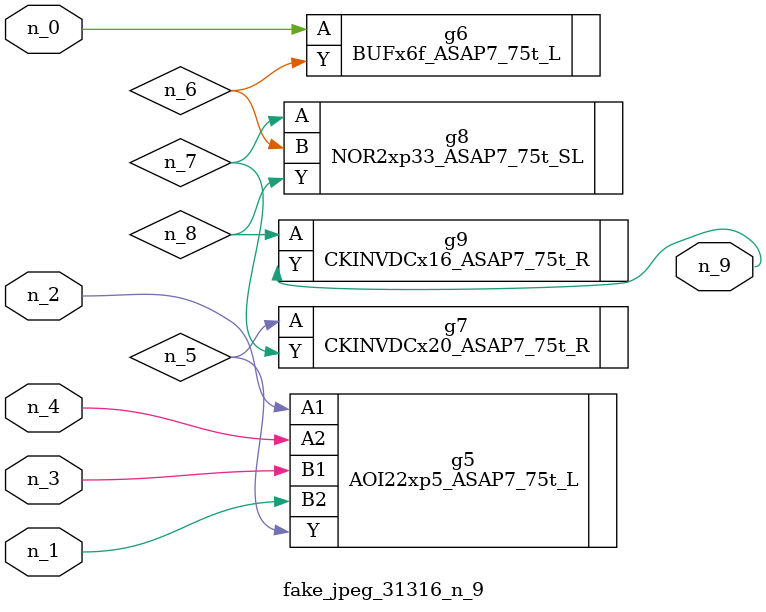
<source format=v>
module fake_jpeg_31316_n_9 (n_3, n_2, n_1, n_0, n_4, n_9);

input n_3;
input n_2;
input n_1;
input n_0;
input n_4;

output n_9;

wire n_8;
wire n_6;
wire n_5;
wire n_7;

AOI22xp5_ASAP7_75t_L g5 ( 
.A1(n_2),
.A2(n_4),
.B1(n_3),
.B2(n_1),
.Y(n_5)
);

BUFx6f_ASAP7_75t_L g6 ( 
.A(n_0),
.Y(n_6)
);

CKINVDCx20_ASAP7_75t_R g7 ( 
.A(n_5),
.Y(n_7)
);

NOR2xp33_ASAP7_75t_SL g8 ( 
.A(n_7),
.B(n_6),
.Y(n_8)
);

CKINVDCx16_ASAP7_75t_R g9 ( 
.A(n_8),
.Y(n_9)
);


endmodule
</source>
